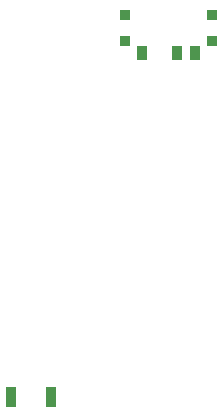
<source format=gbr>
%TF.GenerationSoftware,KiCad,Pcbnew,(6.0.2-0)*%
%TF.CreationDate,2022-03-04T17:43:14-06:00*%
%TF.ProjectId,Exkeylibur,45786b65-796c-4696-9275-722e6b696361,rev?*%
%TF.SameCoordinates,Original*%
%TF.FileFunction,Paste,Bot*%
%TF.FilePolarity,Positive*%
%FSLAX46Y46*%
G04 Gerber Fmt 4.6, Leading zero omitted, Abs format (unit mm)*
G04 Created by KiCad (PCBNEW (6.0.2-0)) date 2022-03-04 17:43:14*
%MOMM*%
%LPD*%
G01*
G04 APERTURE LIST*
%ADD10R,0.900000X0.900000*%
%ADD11R,0.900000X1.250000*%
%ADD12R,0.900000X1.700000*%
G04 APERTURE END LIST*
D10*
%TO.C,PWR_SW1*%
X141763535Y-52551212D03*
X134363535Y-50351212D03*
X141763535Y-50351212D03*
X134363535Y-52551212D03*
D11*
X135813535Y-53526212D03*
X138813535Y-53526212D03*
X140313535Y-53526212D03*
%TD*%
D12*
%TO.C,RSW1*%
X124686802Y-82691637D03*
X128086802Y-82691637D03*
%TD*%
M02*

</source>
